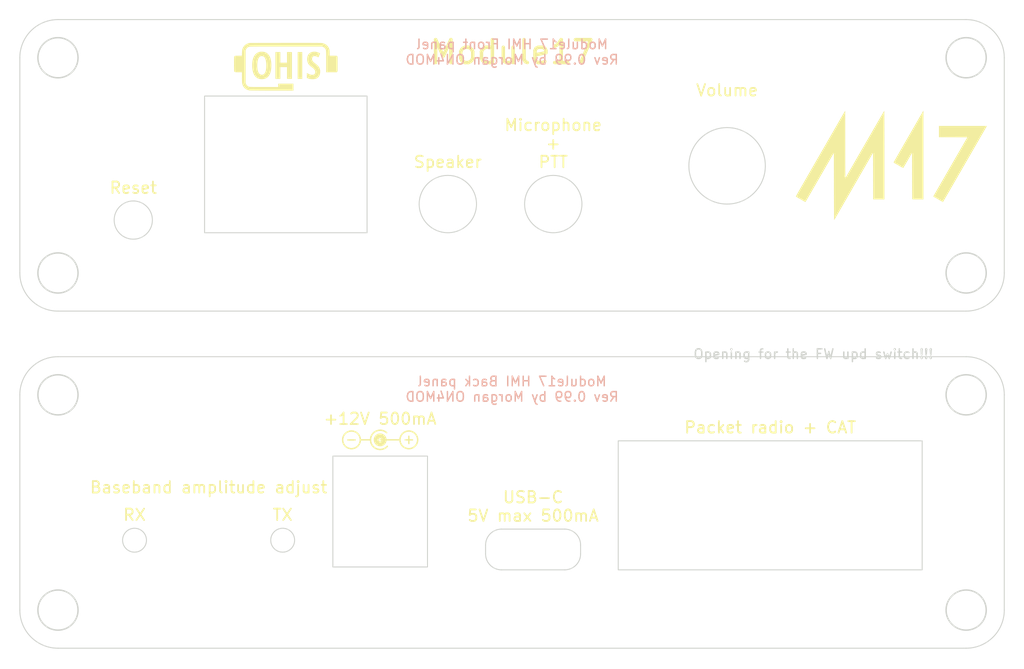
<source format=kicad_pcb>
(kicad_pcb (version 20221018) (generator pcbnew)
  (layers (0 "F.Cu" signal) (31 "B.Cu" signal) (34 "B.Paste" user) (35 "F.Paste" user) (36 "B.SilkS" user "B.Silkscreen") (37 "F.SilkS" user "F.Silkscreen") (38 "B.Mask" user) (39 "F.Mask" user) (44 "Edge.Cuts" user))
  (net 0 "")
  (footprint "Symbol:Symbol_Barrel_Polarity" (layer "F.Cu") (at 100.575 98.57)
    (fp_text reference "REF**" hide)
    (fp_text value "Symbol_Barrel_Polarity")
    (fp_line (start -2 0.075) (end -1.1 0.075) (stroke (width 0.15)) (layer "F.SilkS"))
    (fp_line (start 0 0.075) (end 2 0.075) (stroke (width 0.15)) (layer "F.SilkS"))
    (fp_arc (start 0.75 0.75) (mid -1.007627 0.128033) (end 0.675 -0.675) (stroke (width 0.15)) (layer "F.SilkS"))
    (fp_circle (center -3 0.075) (end -3 1) (stroke (width 0.15)) (fill none) (layer "F.SilkS"))
    (fp_circle (center 0 0.075) (end 0 0.25) (stroke (width 0.5)) (fill none) (layer "F.SilkS"))
    (fp_circle (center 3 0.075) (end 3 1) (stroke (width 0.15)) (fill none) (layer "F.SilkS"))
  )
  (footprint "M17_logos:M17_logo_20x11.5mm" (layer "F.Cu") (at 154.055 69.925)
    (fp_text reference "LOGO1" hide)
    (fp_text value "M17_logo")
    (fp_poly (pts (xy 3.36 -1.085757) (xy 3.36 3.562805) (xy 2.779372 3.562805) (xy 2.602372 3.562407) (xy 2.46195 3.561114) (xy 2.354692 3.558783) (xy 2.277184 3.555269) (xy 2.226009 3.550427) (xy 2.197754 3.544112) (xy 2.189312 3.537785) (xy 2.188069 3.51494) (xy 2.186792 3.45454) (xy 2.185498 3.359061) (xy 2.1842 3.23098) (xy 2.182913 3.072775) (xy 2.181652 2.88692) (xy 2.180431 2.675893) (xy 2.179265 2.442171) (xy 2.178169 2.18823) (xy 2.177157 1.916546) (xy 2.176244 1.629596) (xy 2.175445 1.329857) (xy 2.17494 1.103736) (xy 2.17 -1.305293) (xy 1.71312 -0.512536) (xy 1.619304 -0.350321) (xy 1.531306 -0.19927) (xy 1.451179 -0.062824) (xy 1.380975 0.055573) (xy 1.322745 0.152479) (xy 1.278541 0.224451) (xy 1.250414 0.268047) (xy 1.240682 0.28022) (xy 1.219425 0.270629) (xy 1.169002 0.243845) (xy 1.094796 0.202851) (xy 1.002188 0.150629) (xy 0.896561 0.090164) (xy 0.867561 0.073421) (xy 0.748933 0.004892) (xy 0.632155 -0.062421) (xy 0.525319 -0.123865) (xy 0.436518 -0.174786) (xy 0.373846 -0.21053) (xy 0.371598 -0.211804) (xy 0.307268 -0.250818) (xy 0.259776 -0.284529) (xy 0.237296 -0.306976) (xy 0.23656 -0.310245) (xy 0.246674 -0.329071) (xy 0.275577 -0.380426) (xy 0.322042 -0.462177) (xy 0.384841 -0.572194) (xy 0.462747 -0.708344) (xy 0.554534 -0.868497) (xy 0.658974 -1.050522) (xy 0.77484 -1.252287) (xy 0.900905 -1.47166) (xy 1.035943 -1.70651) (xy 1.178725 -1.954707) (xy 1.328026 -2.214118) (xy 1.482618 -2.482613) (xy 1.641274 -2.758059) (xy 1.802767 -3.038326) (xy 1.96587 -3.321283) (xy 2.129355 -3.604797) (xy 2.291997 -3.886738) (xy 2.452567 -4.164975) (xy 2.609839 -4.437375) (xy 2.762586 -4.701808) (xy 2.90958 -4.956143) (xy 3.049595 -5.198247) (xy 3.181404 -5.42599) (xy 3.244107 -5.534259) (xy 3.36 -5.734318)) (fill solid) (layer "F.SilkS"))
    (fp_poly (pts (xy 9.936823 -4.005634) (xy 9.888594 -3.921041) (xy 9.823675 -3.807637) (xy 9.743147 -3.667295) (xy 9.648094 -3.501887) (xy 9.539597 -3.313285) (xy 9.418738 -3.103362) (xy 9.2866 -2.873991) (xy 9.144265 -2.627042) (xy 8.992814 -2.36439) (xy 8.83333 -2.087905) (xy 8.666896 -1.799462) (xy 8.494593 -1.500931) (xy 8.317503 -1.194186) (xy 8.136708 -0.881098) (xy 7.953292 -0.563541) (xy 7.768335 -0.243386) (xy 7.58292 0.077494) (xy 7.398129 0.397226) (xy 7.215044 0.713939) (xy 7.034748 1.02576) (xy 6.858322 1.330817) (xy 6.686849 1.627237) (xy 6.521411 1.913147) (xy 6.363089 2.186676) (xy 6.212967 2.445951) (xy 6.072125 2.6891) (xy 5.941647 2.91425) (xy 5.822615 3.119529) (xy 5.71611 3.303065) (xy 5.623215 3.462984) (xy 5.545012 3.597416) (xy 5.482582 3.704487) (xy 5.437009 3.782325) (xy 5.409374 3.829057) (xy 5.400732 3.842974) (xy 5.379323 3.8334) (xy 5.334016 3.808461) (xy 5.28 3.776758) (xy 5.229866 3.747133) (xy 5.151856 3.701694) (xy 5.052859 3.644421) (xy 4.939765 3.579299) (xy 4.819465 3.510308) (xy 4.776425 3.485695) (xy 4.382851 3.260796) (xy 4.488878 3.076537) (xy 4.554486 2.962561) (xy 4.635193 2.822427) (xy 4.729729 2.658332) (xy 4.836827 2.472476) (xy 4.955217 2.267058) (xy 5.083631 2.044278) (xy 5.220801 1.806334) (xy 5.365459 1.555427) (xy 5.516335 1.293754) (xy 5.672162 1.023517) (xy 5.83167 0.746912) (xy 5.993591 0.466141) (xy 6.156657 0.183401) (xy 6.319599 -0.099106) (xy 6.481149 -0.379184) (xy 6.640037 -0.654631) (xy 6.794997 -0.92325) (xy 6.944758 -1.18284) (xy 7.088053 -1.431203) (xy 7.223613 -1.666139) (xy 7.35017 -1.885448) (xy 7.466455 -2.086933) (xy 7.571199 -2.268393) (xy 7.663134 -2.42763) (xy 7.740992 -2.562443) (xy 7.803504 -2.670635) (xy 7.849401 -2.750005) (xy 7.877415 -2.798354) (xy 7.885498 -2.812215) (xy 7.956477 -2.932309) (xy 6.468238 -2.937441) (xy 4.98 -2.942572) (xy 4.98 -3.532909) (xy 4.98 -4.123247) (xy 7.491823 -4.123247) (xy 10.003647 -4.123247)) (fill solid) (layer "F.SilkS"))
    (fp_poly (pts (xy -4.824253 -5.695315) (xy -4.823714 -5.637123) (xy -4.823189 -5.542948) (xy -4.822683 -5.414813) (xy -4.822199 -5.254743) (xy -4.821739 -5.064762) (xy -4.821307 -4.846893) (xy -4.820906 -4.603162) (xy -4.820539 -4.335592) (xy -4.82021 -4.046207) (xy -4.819922 -3.737031) (xy -4.819678 -3.410089) (xy -4.819481 -3.067404) (xy -4.819335 -2.711) (xy -4.819242 -2.342902) (xy -4.81922 -2.189862) (xy -4.819146 -1.747132) (xy -4.819017 -1.342754) (xy -4.818819 -0.975048) (xy -4.818536 -0.642334) (xy -4.818153 -0.342931) (xy -4.817655 -0.075162) (xy -4.817028 0.162656) (xy -4.816256 0.372201) (xy -4.815324 0.555153) (xy -4.814219 0.713192) (xy -4.812924 0.847998) (xy -4.811425 0.96125) (xy -4.809706 1.05463) (xy -4.807754 1.129815) (xy -4.805553 1.188487) (xy -4.803087 1.232325) (xy -4.800343 1.263009) (xy -4.797305 1.282219) (xy -4.793958 1.291634) (xy -4.790288 1.292935) (xy -4.788288 1.291016) (xy -4.765645 1.256985) (xy -4.729293 1.197614) (xy -4.685033 1.122512) (xy -4.655358 1.070843) (xy -4.603784 0.980376) (xy -4.535967 0.861857) (xy -4.453075 0.717307) (xy -4.356276 0.548747) (xy -4.246735 0.358199) (xy -4.12562 0.147683) (xy -3.994098 -0.080779) (xy -3.853337 -0.325167) (xy -3.704503 -0.583459) (xy -3.548764 -0.853635) (xy -3.387287 -1.133673) (xy -3.221238 -1.421553) (xy -3.051785 -1.715252) (xy -2.880095 -2.012751) (xy -2.707335 -2.312028) (xy -2.534673 -2.611062) (xy -2.363274 -2.907832) (xy -2.194307 -3.200317) (xy -2.028939 -3.486497) (xy -1.868336 -3.764349) (xy -1.713666 -4.031852) (xy -1.566096 -4.286987) (xy -1.426793 -4.527732) (xy -1.296924 -4.752065) (xy -1.177655 -4.957965) (xy -1.070156 -5.143413) (xy -0.975591 -5.306386) (xy -0.89513 -5.444863) (xy -0.829937 -5.556824) (xy -0.781182 -5.640247) (xy -0.75003 -5.693112) (xy -0.737649 -5.713397) (xy -0.737564 -5.713499) (xy -0.735835 -5.695635) (xy -0.734164 -5.639243) (xy -0.732558 -5.545824) (xy -0.731021 -5.416881) (xy -0.72956 -5.253917) (xy -0.728181 -5.058434) (xy -0.726888 -4.831936) (xy -0.725689 -4.575923) (xy -0.724587 -4.291899) (xy -0.72359 -3.981367) (xy -0.722703 -3.645829) (xy -0.721931 -3.286788) (xy -0.72128 -2.905746) (xy -0.720757 -2.504205) (xy -0.720366 -2.083669) (xy -0.720113 -1.64564) (xy -0.720005 -1.19162) (xy -0.720001 -1.084854) (xy -0.72 3.562805) (xy -1.309921 3.562805) (xy -1.899842 3.562805) (xy -1.904921 1.121433) (xy -1.91 -1.31994) (xy -3.57926 1.576791) (xy -3.836765 2.023646) (xy -4.07504 2.437124) (xy -4.294838 2.818528) (xy -4.496913 3.169159) (xy -4.682018 3.490321) (xy -4.850904 3.783316) (xy -5.004325 4.049444) (xy -5.143034 4.29001) (xy -5.267784 4.506314) (xy -5.379327 4.69966) (xy -5.478416 4.871349) (xy -5.565805 5.022684) (xy -5.642245 5.154966) (xy -5.70849 5.269499) (xy -5.765292 5.367584) (xy -5.813405 5.450523) (xy -5.853581 5.519618) (xy -5.886573 5.576173) (xy -5.913133 5.621489) (xy -5.934016 5.656868) (xy -5.949972 5.683612) (xy -5.961756 5.703024) (xy -5.97012 5.716406) (xy -5.975817 5.72506) (xy -5.9796 5.730289) (xy -5.982221 5.733394) (xy -5.982281 5.733459) (xy -5.984305 5.715914) (xy -5.986303 5.660033) (xy -5.988264 5.56751) (xy -5.990177 5.440041) (xy -5.992032 5.279321) (xy -5.993818 5.087044) (xy -5.995523 4.864906) (xy -5.997137 4.614601) (xy -5.998648 4.337825) (xy -6.000047 4.036272) (xy -6.001321 3.711638) (xy -6.00246 3.365618) (xy -6.003453 2.999907) (xy -6.004288 2.616199) (xy -6.004945 2.224127) (xy -6.01 -1.304164) (xy -7.487639 1.259874) (xy -7.658007 1.555379) (xy -7.823034 1.841385) (xy -7.981607 2.115971) (xy -8.132612 2.377218) (xy -8.274933 2.623206) (xy -8.407457 2.852014) (xy -8.529069 3.061723) (xy -8.638656 3.250412) (xy -8.735102 3.416161) (xy -8.817293 3.557051) (xy -8.884115 3.671161) (xy -8.934453 3.756571) (xy -8.967194 3.811362) (xy -8.981222 3.833612) (xy -8.981596 3.834005) (xy -9.001442 3.826568) (xy -9.050451 3.80199) (xy -9.123239 3.763311) (xy -9.214424 3.71357) (xy -9.318623 3.655808) (xy -9.430452 3.593064) (xy -9.544529 3.528378) (xy -9.655471 3.464789) (xy -9.757895 3.405337) (xy -9.846418 3.353062) (xy -9.915657 3.311004) (xy -9.960229 3.282203) (xy -9.965857 3.278193) (xy -9.970438 3.276556) (xy -9.975661 3.276724) (xy -9.980818 3.277446) (xy -9.985204 3.27747) (xy -9.988111 3.275544) (xy -9.988832 3.270416) (xy -9.986661 3.260835) (xy -9.980891 3.245548) (xy -9.970814 3.223304) (xy -9.955724 3.192851) (xy -9.934915 3.152937) (xy -9.907679 3.102311) (xy -9.873309 3.03972) (xy -9.831099 2.963914) (xy -9.780342 2.873639) (xy -9.720331 2.767644) (xy -9.650359 2.644677) (xy -9.569719 2.503488) (xy -9.477704 2.342822) (xy -9.373608 2.16143) (xy -9.256723 1.958059) (xy -9.126344 1.731457) (xy -8.981762 1.480373) (xy -8.822271 1.203555) (xy -8.647165 0.89975) (xy -8.455736 0.567707) (xy -8.247277 0.206175) (xy -8.021083 -0.186099) (xy -7.776445 -0.610366) (xy -7.512657 -1.067878) (xy -7.470558 -1.140899) (xy -7.288101 -1.457372) (xy -7.103712 -1.777188) (xy -6.919144 -2.097312) (xy -6.736146 -2.414707) (xy -6.556468 -2.726339) (xy -6.381861 -3.029172) (xy -6.214074 -3.320171) (xy -6.054859 -3.596301) (xy -5.905964 -3.854525) (xy -5.76914 -4.091808) (xy -5.646139 -4.305116) (xy -5.538708 -4.491412) (xy -5.4486 -4.647662) (xy -5.408855 -4.716576) (xy -5.303264 -4.899426) (xy -5.20371 -5.071376) (xy -5.111967 -5.229391) (xy -5.029809 -5.370437) (xy -4.959012 -5.49148) (xy -4.901348 -5.589485) (xy -4.858592 -5.661417) (xy -4.832519 -5.704242) (xy -4.824805 -5.7155)) (fill solid) (layer "F.SilkS"))
  )
  (footprint "M17_logos:OHIS_logo_10.8x5mm" (layer "F.Cu") (at 90.691911 59.60835)
    (fp_text reference "LOGO2" hide)
    (fp_text value "OHIS_logo")
    (fp_poly (pts (xy 1.731818 -0.134697) (xy 1.731818 1.27) (xy 1.491288 1.27) (xy 1.250757 1.27) (xy 1.250757 -0.134697) (xy 1.250757 -1.539394) (xy 1.491288 -1.539394) (xy 1.731818 -1.539394)) (fill solid) (layer "F.SilkS"))
    (fp_poly (pts (xy -0.558031 -0.981364) (xy -0.558031 -0.423334) (xy -0.211667 -0.423334) (xy 0.134697 -0.423334) (xy 0.134697 -0.981364) (xy 0.134697 -1.539394) (xy 0.394469 -1.539394) (xy 0.654242 -1.539394) (xy 0.654242 -0.134697) (xy 0.654242 1.27) (xy 0.394469 1.27) (xy 0.134697 1.27) (xy 0.134697 0.654242) (xy 0.134697 0.038485) (xy -0.211667 0.038485) (xy -0.558031 0.038485) (xy -0.558031 0.654242) (xy -0.558031 1.27) (xy -0.817803 1.27) (xy -1.077576 1.27) (xy -1.077576 -0.134697) (xy -1.077576 -1.539394) (xy -0.817803 -1.539394) (xy -0.558031 -1.539394)) (fill solid) (layer "F.SilkS"))
    (fp_poly (pts (xy -2.382036 -1.571709) (xy -2.220032 -1.54584) (xy -2.078348 -1.49434) (xy -1.951274 -1.41527) (xy -1.857644 -1.332225) (xy -1.746517 -1.199525) (xy -1.657062 -1.046079) (xy -1.588484 -0.869245) (xy -1.539988 -0.666381) (xy -1.510778 -0.434846) (xy -1.500059 -0.171997) (xy -1.499973 -0.144319) (xy -1.510324 0.13573) (xy -1.541653 0.384282) (xy -1.594378 0.60237) (xy -1.668915 0.791029) (xy -1.76568 0.951293) (xy -1.885091 1.084195) (xy -2.027563 1.190769) (xy -2.041172 1.198894) (xy -2.168383 1.254956) (xy -2.318319 1.290796) (xy -2.480307 1.305323) (xy -2.643677 1.297445) (xy -2.770909 1.273573) (xy -2.936751 1.211249) (xy -3.082266 1.116629) (xy -3.207078 0.990329) (xy -3.310814 0.832963) (xy -3.393095 0.645146) (xy -3.453548 0.427493) (xy -3.491796 0.180617) (xy -3.500376 0.080077) (xy -3.508656 -0.209081) (xy -3.508631 -0.20951) (xy -2.976653 -0.20951) (xy -2.974974 -0.017812) (xy -2.960734 0.167626) (xy -2.934779 0.338185) (xy -2.897954 0.485246) (xy -2.870984 0.55864) (xy -2.80347 0.678254) (xy -2.718403 0.766828) (xy -2.618984 0.822582) (xy -2.508411 0.843736) (xy -2.389885 0.828511) (xy -2.387182 0.827745) (xy -2.313913 0.791363) (xy -2.239856 0.728786) (xy -2.176224 0.650383) (xy -2.153374 0.611534) (xy -2.105167 0.490346) (xy -2.068912 0.342033) (xy -2.044466 0.173813) (xy -2.031682 -0.007095) (xy -2.030415 -0.193472) (xy -2.04052 -0.3781) (xy -2.061851 -0.55376) (xy -2.094264 -0.713233) (xy -2.137611 -0.8493) (xy -2.184696 -0.943958) (xy -2.254108 -1.029796) (xy -2.337084 -1.083485) (xy -2.441711 -1.109724) (xy -2.475029 -1.112731) (xy -2.552119 -1.114296) (xy -2.609071 -1.104961) (xy -2.663468 -1.081452) (xy -2.673933 -1.075694) (xy -2.762061 -1.006083) (xy -2.834811 -0.904454) (xy -2.89261 -0.769817) (xy -2.935883 -0.601182) (xy -2.964925 -0.398849) (xy -2.976653 -0.20951) (xy -3.508631 -0.20951) (xy -3.492905 -0.474069) (xy -3.453553 -0.713744) (xy -3.391029 -0.926959) (xy -3.305764 -1.11257) (xy -3.198188 -1.269432) (xy -3.068731 -1.3964) (xy -2.917822 -1.492328) (xy -2.908044 -1.497095) (xy -2.836725 -1.529489) (xy -2.776879 -1.550436) (xy -2.714867 -1.563036) (xy -2.637052 -1.570387) (xy -2.570074 -1.573884)) (fill solid) (layer "F.SilkS"))
    (fp_poly (pts (xy 3.177476 -1.562487) (xy 3.232727 -1.550724) (xy 3.295877 -1.531907) (xy 3.36956 -1.505896) (xy 3.445073 -1.476324) (xy 3.513714 -1.446826) (xy 3.566779 -1.421033) (xy 3.595566 -1.40258) (xy 3.598333 -1.398102) (xy 3.591368 -1.377479) (xy 3.572971 -1.33093) (xy 3.54689 -1.267895) (xy 3.54254 -1.257583) (xy 3.509982 -1.180379) (xy 3.478896 -1.106274) (xy 3.456664 -1.052885) (xy 3.426582 -0.980088) (xy 3.305845 -1.041036) (xy 3.192266 -1.086709) (xy 3.079588 -1.111029) (xy 2.977172 -1.112911) (xy 2.894376 -1.09127) (xy 2.890272 -1.089218) (xy 2.822913 -1.032959) (xy 2.777837 -0.945539) (xy 2.758981 -0.861231) (xy 2.756989 -0.761256) (xy 2.781165 -0.667175) (xy 2.833917 -0.575319) (xy 2.917649 -0.482019) (xy 3.034769 -0.383606) (xy 3.106348 -0.331512) (xy 3.27798 -0.197401) (xy 3.412582 -0.060279) (xy 3.511606 0.082739) (xy 3.576506 0.234537) (xy 3.608737 0.398001) (xy 3.609752 0.576014) (xy 3.601784 0.651629) (xy 3.562815 0.828793) (xy 3.497139 0.979528) (xy 3.40539 1.102932) (xy 3.288202 1.198107) (xy 3.17783 1.252831) (xy 3.086698 1.277636) (xy 2.970055 1.294481) (xy 2.840155 1.302834) (xy 2.709248 1.302162) (xy 2.589586 1.291933) (xy 2.528546 1.281047) (xy 2.444021 1.258232) (xy 2.356111 1.229034) (xy 2.312069 1.211719) (xy 2.212879 1.169048) (xy 2.212879 0.911898) (xy 2.212879 0.654748) (xy 2.362135 0.730008) (xy 2.490259 0.788956) (xy 2.600533 0.825653) (xy 2.704305 0.842915) (xy 2.812925 0.84356) (xy 2.818258 0.843234) (xy 2.896175 0.834916) (xy 2.948839 0.819311) (xy 2.989348 0.792306) (xy 2.994055 0.788067) (xy 3.059987 0.703268) (xy 3.092387 0.604771) (xy 3.091462 0.497395) (xy 3.057417 0.385962) (xy 2.990456 0.275292) (xy 2.971203 0.251377) (xy 2.930692 0.210516) (xy 2.869058 0.156607) (xy 2.796762 0.098592) (xy 2.761371 0.071934) (xy 2.614438 -0.042878) (xy 2.495204 -0.150298) (xy 2.406729 -0.247436) (xy 2.37179 -0.296215) (xy 2.29883 -0.445509) (xy 2.254523 -0.612308) (xy 2.239274 -0.787982) (xy 2.253491 -0.963897) (xy 2.297579 -1.131422) (xy 2.329019 -1.205392) (xy 2.413529 -1.337077) (xy 2.526583 -1.442951) (xy 2.651468 -1.515586) (xy 2.763388 -1.552043) (xy 2.897294 -1.572553) (xy 3.039789 -1.576304)) (fill solid) (layer "F.SilkS"))
    (fp_poly (pts (xy 1.740828 -2.498381) (xy 2.111497 -2.49798) (xy 2.446167 -2.497319) (xy 2.744557 -2.4964) (xy 3.006387 -2.495223) (xy 3.231376 -2.49379) (xy 3.419242 -2.492102) (xy 3.569705 -2.49016) (xy 3.682484 -2.487964) (xy 3.757298 -2.485516) (xy 3.790757 -2.483247) (xy 3.970489 -2.443555) (xy 4.135159 -2.37142) (xy 4.280822 -2.270394) (xy 4.403536 -2.144031) (xy 4.499358 -1.995883) (xy 4.564344 -1.829503) (xy 4.57774 -1.774167) (xy 4.585838 -1.71547) (xy 4.59251 -1.629527) (xy 4.597094 -1.527568) (xy 4.59893 -1.420825) (xy 4.598939 -1.413371) (xy 4.598939 -1.154546) (xy 4.96542 -1.154546) (xy 5.092672 -1.154415) (xy 5.187195 -1.153586) (xy 5.254746 -1.1514) (xy 5.301081 -1.147202) (xy 5.331956 -1.140332) (xy 5.353128 -1.130135) (xy 5.370352 -1.115954) (xy 5.379132 -1.107314) (xy 5.426363 -1.060083) (xy 5.426363 -0.288637) (xy 5.426363 0.48281) (xy 5.379132 0.530041) (xy 5.331901 0.577272) (xy 4.782617 0.577272) (xy 4.233333 0.577272) (xy 4.233333 -0.535296) (xy 4.2333 -0.785056) (xy 4.232994 -0.999421) (xy 4.232105 -1.181481) (xy 4.230323 -1.334326) (xy 4.227337 -1.461046) (xy 4.222839 -1.564731) (xy 4.216518 -1.64847) (xy 4.208064 -1.715354) (xy 4.197166 -1.768472) (xy 4.183516 -1.810914) (xy 4.166802 -1.845771) (xy 4.146716 -1.876132) (xy 4.122946 -1.905087) (xy 4.095183 -1.935726) (xy 4.092537 -1.938607) (xy 4.029797 -1.996329) (xy 3.956881 -2.048565) (xy 3.915833 -2.071289) (xy 3.819621 -2.116291) (xy 0.009621 -2.116056) (xy -0.440963 -2.116019) (xy -0.854671 -2.115954) (xy -1.233113 -2.115846) (xy -1.577899 -2.115682) (xy -1.890637 -2.115445) (xy -2.172938 -2.115122) (xy -2.426411 -2.114698) (xy -2.652665 -2.114157) (xy -2.853309 -2.113486) (xy -3.029954 -2.112668) (xy -3.184208 -2.11169) (xy -3.317681 -2.110536) (xy -3.431983 -2.109192) (xy -3.528722 -2.107643) (xy -3.609509 -2.105873) (xy -3.675952 -2.10387) (xy -3.729661 -2.101616) (xy -3.772246 -2.099099) (xy -3.805316 -2.096302) (xy -3.83048 -2.093211) (xy -3.849349 -2.089812) (xy -3.86353 -2.086089) (xy -3.874634 -2.082028) (xy -3.878607 -2.080291) (xy -3.999869 -2.004785) (xy -4.097986 -1.901278) (xy -4.145449 -1.823395) (xy -4.194849 -1.724262) (xy -4.194849 0) (xy -4.194849 1.724262) (xy -4.145449 1.823395) (xy -4.065778 1.941332) (xy -3.958536 2.035529) (xy -3.878607 2.08029) (xy -3.8626 2.086825) (xy -3.843557 2.09251) (xy -3.818837 2.097404) (xy -3.7858 2.101567) (xy -3.741805 2.10506) (xy -3.684211 2.107942) (xy -3.61038 2.110273) (xy -3.51767 2.112114) (xy -3.403441 2.113523) (xy -3.265052 2.114562) (xy -3.099864 2.115289) (xy -2.905236 2.115765) (xy -2.678527 2.11605) (xy -2.417097 2.116203) (xy -2.294659 2.116244) (xy -0.78894 2.116666) (xy -0.78894 1.943485) (xy -0.78894 1.770303) (xy 0.009621 1.770303) (xy 0.808182 1.770303) (xy 0.808182 2.136062) (xy 0.808182 2.501822) (xy -1.438371 2.499165) (xy -1.731362 2.498687) (xy -2.015005 2.497968) (xy -2.286766 2.497027) (xy -2.544107 2.495885) (xy -2.784492 2.494561) (xy -3.005386 2.493074) (xy -3.204251 2.491446) (xy -3.378552 2.489694) (xy -3.525752 2.48784) (xy -3.643315 2.485903) (xy -3.728705 2.483902) (xy -3.779385 2.481858) (xy -3.790758 2.480849) (xy -3.969889 2.436472) (xy -4.132361 2.360653) (xy -4.274295 2.256726) (xy -4.391808 2.128022) (xy -4.481021 1.977874) (xy -4.528667 1.847272) (xy -4.543103 1.789829) (xy -4.554543 1.731216) (xy -4.563325 1.666118) (xy -4.569789 1.58922) (xy -4.574272 1.495206) (xy -4.577114 1.378761) (xy -4.578652 1.23457) (xy -4.579226 1.057318) (xy -4.57923 1.053522) (xy -4.579697 0.577272) (xy -4.940493 0.57666) (xy -5.076103 0.575975) (xy -5.178539 0.573623) (xy -5.253107 0.568378) (xy -5.305115 0.559014) (xy -5.339871 0.544302) (xy -5.362681 0.523018) (xy -5.378853 0.493933) (xy -5.387123 0.473429) (xy -5.39242 0.440107) (xy -5.39692 0.373693) (xy -5.400623 0.279571) (xy -5.403529 0.163124) (xy -5.405638 0.029736) (xy -5.40695 -0.115207) (xy -5.407465 -0.266323) (xy -5.407183 -0.418227) (xy -5.406105 -0.565534) (xy -5.404229 -0.702862) (xy -5.401556 -0.824825) (xy -5.398086 -0.926041) (xy -5.39382 -1.001124) (xy -5.388756 -1.04469) (xy -5.387123 -1.050702) (xy -5.372296 -1.084878) (xy -5.353817 -1.110501) (xy -5.326356 -1.12881) (xy -5.284586 -1.141044) (xy -5.223176 -1.148444) (xy -5.136798 -1.152248) (xy -5.020123 -1.153696) (xy -4.943255 -1.153934) (xy -4.585223 -1.154546) (xy -4.57434 -1.447993) (xy -4.566053 -1.602474) (xy -4.553909 -1.728113) (xy -4.538335 -1.820917) (xy -4.531448 -1.847273) (xy -4.460278 -2.018424) (xy -4.357888 -2.168703) (xy -4.227047 -2.295284) (xy -4.070529 -2.39534) (xy -3.939851 -2.450628) (xy -3.819621 -2.491894) (xy -0.096212 -2.497372) (xy 0.415641 -2.498018) (xy 0.892619 -2.498401) (xy 1.334442 -2.498522)) (fill solid) (layer "F.SilkS"))
  )
  (gr_circle (center 66.865 116.455) (end 68.965 116.455) (stroke (width 0.15)) (fill none) (layer "Edge.Cuts"))
  (gr_circle (center 74.745 75.65) (end 76.745 75.65) (stroke (width 0.1)) (fill none) (layer "Edge.Cuts"))
  (gr_circle (center 161.885 58.665) (end 163.985 58.665) (stroke (width 0.15)) (fill none) (layer "Edge.Cuts"))
  (gr_rect (start 82.205 62.675) (end 99.205 76.975) (stroke (width 0.1)) (fill none) (layer "Edge.Cuts"))
  (gr_circle (center 136.875 69.974987) (end 140.875 69.974987) (stroke (width 0.1)) (fill none) (layer "Edge.Cuts"))
  (gr_line (start 161.885 54.675) (end 66.865 54.675) (stroke (width 0.1)) (layer "Edge.Cuts"))
  (gr_arc (start 62.875 93.935) (mid 64.043644 91.113644) (end 66.865 89.945) (stroke (width 0.1)) (layer "Edge.Cuts"))
  (gr_rect (start 125.485 98.745) (end 157.285 112.245) (stroke (width 0.1)) (fill none) (layer "Edge.Cuts"))
  (gr_arc (start 161.885 54.675) (mid 164.706356 55.843644) (end 165.875 58.665) (stroke (width 0.1)) (layer "Edge.Cuts"))
  (gr_circle (center 90.375 109.145) (end 91.625 109.145) (stroke (width 0.1)) (fill none) (layer "Edge.Cuts"))
  (gr_arc (start 119.88 107.985) (mid 121.057333 108.472667) (end 121.545 109.65) (stroke (width 0.1)) (layer "Edge.Cuts"))
  (gr_circle (center 107.655 73.975) (end 110.655 73.975) (stroke (width 0.1)) (fill none) (layer "Edge.Cuts"))
  (gr_arc (start 165.875 116.455) (mid 164.706355 119.276354) (end 161.885 120.445) (stroke (width 0.1)) (layer "Edge.Cuts"))
  (gr_circle (center 118.685 73.975) (end 121.685 73.975) (stroke (width 0.1)) (fill none) (layer "Edge.Cuts"))
  (gr_arc (start 66.865 85.175) (mid 64.043644 84.006356) (end 62.875 81.185) (stroke (width 0.1)) (layer "Edge.Cuts"))
  (gr_circle (center 161.885 116.455) (end 163.985 116.455) (stroke (width 0.15)) (fill none) (layer "Edge.Cuts"))
  (gr_arc (start 113.27 112.245) (mid 112.092667 111.757333) (end 111.605 110.58) (stroke (width 0.1)) (layer "Edge.Cuts"))
  (gr_line (start 113.27 112.245) (end 119.88 112.245) (stroke (width 0.1)) (layer "Edge.Cuts"))
  (gr_arc (start 111.605 109.65) (mid 112.092667 108.472667) (end 113.27 107.985) (stroke (width 0.1)) (layer "Edge.Cuts"))
  (gr_arc (start 62.875 58.665) (mid 64.043644 55.843644) (end 66.865 54.675) (stroke (width 0.1)) (layer "Edge.Cuts"))
  (gr_circle (center 161.885 81.185) (end 163.985 81.185) (stroke (width 0.15)) (fill none) (layer "Edge.Cuts"))
  (gr_rect (start 95.625 100.345) (end 105.525 111.945) (stroke (width 0.1)) (fill none) (layer "Edge.Cuts"))
  (gr_circle (center 66.865 58.665) (end 68.965 58.665) (stroke (width 0.15)) (fill none) (layer "Edge.Cuts"))
  (gr_line (start 62.875 93.935) (end 62.875 116.455) (stroke (width 0.1)) (layer "Edge.Cuts"))
  (gr_circle (center 74.875 109.145) (end 76.125 109.145) (stroke (width 0.1)) (fill none) (layer "Edge.Cuts"))
  (gr_line (start 111.605 110.58) (end 111.605 109.65) (stroke (width 0.1)) (layer "Edge.Cuts"))
  (gr_arc (start 161.885 89.945) (mid 164.706351 91.113645) (end 165.875 93.935) (stroke (width 0.1)) (layer "Edge.Cuts"))
  (gr_line (start 165.875 116.455) (end 165.875 93.935) (stroke (width 0.1)) (layer "Edge.Cuts"))
  (gr_line (start 66.865 85.175) (end 161.885 85.175) (stroke (width 0.1)) (layer "Edge.Cuts"))
  (gr_circle (center 66.865 81.185) (end 68.965 81.185) (stroke (width 0.15)) (fill none) (layer "Edge.Cuts"))
  (gr_line (start 161.885 89.945) (end 66.865 89.945) (stroke (width 0.1)) (layer "Edge.Cuts"))
  (gr_line (start 113.27 107.985) (end 119.88 107.985) (stroke (width 0.1)) (layer "Edge.Cuts"))
  (gr_line (start 62.875 58.665) (end 62.875 81.185) (stroke (width 0.1)) (layer "Edge.Cuts"))
  (gr_line (start 66.865 120.445) (end 161.885 120.445) (stroke (width 0.1)) (layer "Edge.Cuts"))
  (gr_circle (center 161.885 93.935) (end 163.985 93.935) (stroke (width 0.15)) (fill none) (layer "Edge.Cuts"))
  (gr_line (start 121.545 110.58) (end 121.545 109.65) (stroke (width 0.1)) (layer "Edge.Cuts"))
  (gr_arc (start 165.875 81.185) (mid 164.706356 84.006356) (end 161.885 85.175) (stroke (width 0.1)) (layer "Edge.Cuts"))
  (gr_line (start 165.875 81.185) (end 165.875 58.665) (stroke (width 0.1)) (layer "Edge.Cuts"))
  (gr_circle (center 66.865 93.935) (end 68.965 93.935) (stroke (width 0.15)) (fill none) (layer "Edge.Cuts"))
  (gr_arc (start 66.865 120.445) (mid 64.043644 119.276356) (end 62.875 116.455) (stroke (width 0.1)) (layer "Edge.Cuts"))
  (gr_arc (start 121.545 110.58) (mid 121.057333 111.757333) (end 119.88 112.245) (stroke (width 0.1)) (layer "Edge.Cuts"))
  (gr_text "Module17 HMI Back panel\nRev 0.99 by Morgan ON4MOD" (at 114.375 91.945) (layer "B.SilkS") (effects (font (size 1 1)) (justify top mirror)))
  (gr_text "Module17 HMI Front panel\nRev 0.99 by Morgan ON4MOD" (at 114.375 56.675) (layer "B.SilkS") (effects (font (size 1 1)) (justify top mirror)))
  (gr_text "Reset" (at 74.745 72.975) (layer "F.SilkS") (effects (font (size 1.2 1.2) (thickness 0.18)) (justify bottom)))
  (gr_text "Speaker" (at 107.655 70.275) (layer "F.SilkS") (effects (font (size 1.2 1.2) (thickness 0.18)) (justify bottom)))
  (gr_text "Microphone\n+\nPTT" (at 118.685 70.275) (layer "F.SilkS") (effects (font (size 1.2 1.2) (thickness 0.18)) (justify bottom)))
  (gr_text "Packet radio + CAT" (at 141.385 98.045) (layer "F.SilkS") (effects (font (size 1.2 1.2) (thickness 0.1875)) (justify bottom)))
  (gr_text "Module17" (at 114.375 56.675) (layer "F.SilkS") (effects (font (size 2.4 2.4) (thickness 0.36)) (justify top)))
  (gr_text "-" (at 97.575 98.58) (layer "F.SilkS") (effects (font (size 1 1))))
  (gr_text "Volume" (at 136.875 62.775) (layer "F.SilkS") (effects (font (size 1.2 1.2) (thickness 0.18)) (justify bottom)))
  (gr_text "Baseband amplitude adjust" (at 82.625 104.315) (layer "F.SilkS") (effects (font (size 1.2 1.2) (thickness 0.18)) (justify bottom)))
  (gr_text "TX" (at 90.375 107.195) (layer "F.SilkS") (effects (font (size 1.2 1.2) (thickness 0.18)) (justify bottom)))
  (gr_text "RX" (at 74.875 107.195) (layer "F.SilkS") (effects (font (size 1.2 1.2) (thickness 0.18)) (justify bottom)))
  (gr_text "+" (at 103.575 98.575) (layer "F.SilkS") (effects (font (size 1 1))))
  (gr_text "USB-C\n5V max 500mA" (at 116.575 107.285) (layer "F.SilkS") (effects (font (size 1.2 1.2) (thickness 0.18)) (justify bottom)))
  (gr_text "+12V 500mA" (at 100.575 97.145) (layer "F.SilkS") (effects (font (size 1.2 1.2) (thickness 0.18)) (justify bottom)))
  (gr_text "Opening for the FW upd switch!!!" (at 133.27 90.255) (layer "Edge.Cuts") (effects (font (size 1 1)) (justify left bottom)))
)
</source>
